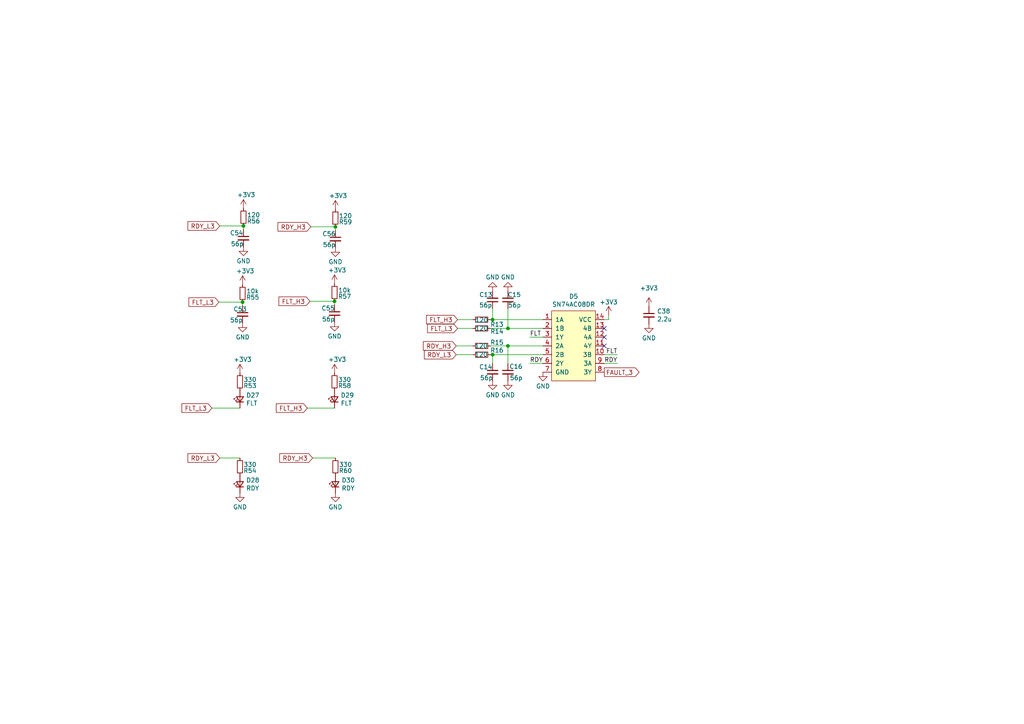
<source format=kicad_sch>
(kicad_sch (version 20230121) (generator eeschema)
  (paper "A4")
  (lib_symbols
    (symbol "Device:C_Small" (pin_numbers hide) (pin_names (offset 0.254) hide)
      (property "Reference" "C" (at 0.254 1.778 0))
      (property "Value" "C_Small" (at 0.254 -2.032 0))
      (symbol "C_Small_0_1"
        (polyline (pts (xy -1.524 -0.508) (xy 1.524 -0.508)) (stroke (width 0.3302)))
        (polyline (pts (xy -1.524 0.508) (xy 1.524 0.508)) (stroke (width 0.3048)))
      )
      (symbol "C_Small_1_1"
        (pin passive line (at 0 2.54 270) (length 2.032) (name "~") (number "1"))
        (pin passive line (at 0 -2.54 90) (length 2.032) (name "~") (number "2"))
      )
    )
    (symbol "Device:LED_Small" (pin_numbers hide) (pin_names (offset 0.254) hide)
      (property "Reference" "D" (at -1.27 3.175 0))
      (property "Value" "LED_Small" (at -4.445 -2.54 0))
      (symbol "LED_Small_0_1"
        (polyline (pts (xy -0.762 -1.016) (xy -0.762 1.016)) (stroke (width 0.254)))
        (polyline (pts (xy 1.016 0) (xy -0.762 0)))
        (polyline (pts (xy 0.762 -1.016) (xy -0.762 0) (xy 0.762 1.016) (xy 0.762 -1.016)) (stroke (width 0.254)))
        (polyline (pts (xy 0 0.762) (xy -0.508 1.27) (xy -0.254 1.27) (xy -0.508 1.27) (xy -0.508 1.016)))
        (polyline (pts (xy 0.508 1.27) (xy 0 1.778) (xy 0.254 1.778) (xy 0 1.778) (xy 0 1.524)))
      )
      (symbol "LED_Small_1_1"
        (pin passive line (at -2.54 0 0) (length 1.778) (name "K") (number "1"))
        (pin passive line (at 2.54 0 180) (length 1.778) (name "A") (number "2"))
      )
    )
    (symbol "Device:R_Small" (pin_numbers hide) (pin_names (offset 0.254) hide)
      (property "Reference" "R" (at 0.762 0.508 0))
      (property "Value" "R_Small" (at 0.762 -1.016 0))
      (symbol "R_Small_0_1"
        (rectangle (start -0.762 1.778) (end 0.762 -1.778) (stroke (width 0.2032)))
      )
      (symbol "R_Small_1_1"
        (pin passive line (at 0 2.54 270) (length 0.762) (name "~") (number "1"))
        (pin passive line (at 0 -2.54 90) (length 0.762) (name "~") (number "2"))
      )
    )
    (symbol "Logic:SN74AC08DR" (pin_names (offset 1.016))
      (property "Reference" "D" (at 0 0 0))
      (property "Value" "Logic_SN74AC08DR" (at 0 -2.54 0))
      (symbol "SN74AC08DR_0_1"
        (rectangle (start -6.35 -3.81) (end 6.35 -24.13) (fill (type background)))
      )
      (symbol "SN74AC08DR_1_1"
        (pin input line (at -8.89 -6.35 0) (length 2.54) (name "1A") (number "1"))
        (pin input line (at 8.89 -16.51 180) (length 2.54) (name "3B") (number "10"))
        (pin output line (at 8.89 -13.97 180) (length 2.54) (name "4Y") (number "11"))
        (pin input line (at 8.89 -11.43 180) (length 2.54) (name "4A") (number "12"))
        (pin input line (at 8.89 -8.89 180) (length 2.54) (name "4B") (number "13"))
        (pin input line (at 8.89 -6.35 180) (length 2.54) (name "VCC") (number "14"))
        (pin input line (at -8.89 -8.89 0) (length 2.54) (name "1B") (number "2"))
        (pin output line (at -8.89 -11.43 0) (length 2.54) (name "1Y") (number "3"))
        (pin input line (at -8.89 -13.97 0) (length 2.54) (name "2A") (number "4"))
        (pin input line (at -8.89 -16.51 0) (length 2.54) (name "2B") (number "5"))
        (pin output line (at -8.89 -19.05 0) (length 2.54) (name "2Y") (number "6"))
        (pin input line (at -8.89 -21.59 0) (length 2.54) (name "GND") (number "7"))
        (pin output line (at 8.89 -21.59 180) (length 2.54) (name "3Y") (number "8"))
        (pin input line (at 8.89 -19.05 180) (length 2.54) (name "3A") (number "9"))
      )
    )
    (symbol "power:+3.3V" (power) (pin_names (offset 0))
      (property "Value" "+3.3V" (at 0 3.556 0))
      (symbol "+3.3V_0_1"
        (polyline (pts (xy -0.762 1.27) (xy 0 2.54)))
        (polyline (pts (xy 0 0) (xy 0 2.54)))
        (polyline (pts (xy 0 2.54) (xy 0.762 1.27)))
      )
      (symbol "+3.3V_1_1"
        (pin power_in line (at 0 0 90) (length 0) hide (name "+3V3") (number "1"))
      )
    )
    (symbol "power:GND" (power) (pin_names (offset 0))
      (property "Value" "GND" (at 0 -3.81 0))
      (symbol "GND_0_1"
        (polyline (pts (xy 0 0) (xy 0 -1.27) (xy 1.27 -1.27) (xy 0 -2.54) (xy -1.27 -1.27) (xy 0 -1.27)))
      )
      (symbol "GND_1_1"
        (pin power_in line (at 0 0 270) (length 0) hide (name "GND") (number "1"))
      )
    )
  )
  (junction (at 142.875 92.71))
  (junction (at 97.282 65.786))
  (junction (at 70.358 87.63))
  (junction (at 70.612 65.532))
  (junction (at 147.32 95.25))
  (junction (at 97.028 87.376))
  (junction (at 142.875 102.87))
  (junction (at 147.32 100.33))
  (no_connect (at 175.26 97.79))
  (no_connect (at 175.26 95.25))
  (no_connect (at 175.26 100.33))
  (wire (pts (xy 147.32 89.535) (xy 147.32 95.25)))
  (wire (pts (xy 132.715 92.71) (xy 137.16 92.71)))
  (wire (pts (xy 175.26 105.41) (xy 179.07 105.41)))
  (wire (pts (xy 142.875 102.87) (xy 142.875 105.41)))
  (wire (pts (xy 90.678 132.842) (xy 97.282 132.842)))
  (wire (pts (xy 90.17 65.786) (xy 97.282 65.786)))
  (wire (pts (xy 63.754 65.532) (xy 70.612 65.532)))
  (wire (pts (xy 63.754 132.842) (xy 69.596 132.842)))
  (wire (pts (xy 132.715 95.25) (xy 137.16 95.25)))
  (wire (pts (xy 97.282 66.802) (xy 97.282 65.786)))
  (wire (pts (xy 89.154 118.364) (xy 97.028 118.364)))
  (wire (pts (xy 89.916 87.376) (xy 97.028 87.376)))
  (wire (pts (xy 70.612 66.548) (xy 70.612 65.532)))
  (wire (pts (xy 175.26 92.71) (xy 176.53 92.71)))
  (wire (pts (xy 142.875 89.535) (xy 142.875 92.71)))
  (wire (pts (xy 175.26 102.87) (xy 179.07 102.87)))
  (wire (pts (xy 153.67 105.41) (xy 157.48 105.41)))
  (wire (pts (xy 153.67 97.79) (xy 157.48 97.79)))
  (wire (pts (xy 132.334 100.33) (xy 137.16 100.33)))
  (wire (pts (xy 61.468 118.364) (xy 69.596 118.364)))
  (wire (pts (xy 142.24 102.87) (xy 142.875 102.87)))
  (wire (pts (xy 147.32 100.33) (xy 157.48 100.33)))
  (wire (pts (xy 97.028 88.392) (xy 97.028 87.376)))
  (wire (pts (xy 132.334 102.87) (xy 137.16 102.87)))
  (wire (pts (xy 70.358 88.646) (xy 70.358 87.63)))
  (wire (pts (xy 142.24 95.25) (xy 147.32 95.25)))
  (wire (pts (xy 176.53 92.71) (xy 176.53 91.44)))
  (wire (pts (xy 142.875 92.71) (xy 157.48 92.71)))
  (wire (pts (xy 147.32 100.33) (xy 147.32 105.41)))
  (wire (pts (xy 142.24 100.33) (xy 147.32 100.33)))
  (wire (pts (xy 147.32 95.25) (xy 157.48 95.25)))
  (wire (pts (xy 142.875 102.87) (xy 157.48 102.87)))
  (wire (pts (xy 142.24 92.71) (xy 142.875 92.71)))
  (wire (pts (xy 63.5 87.63) (xy 70.358 87.63)))
  (label "FLT" (at 153.67 97.79 0))
  (label "FLT" (at 179.07 102.87 180))
  (label "RDY" (at 179.07 105.41 180))
  (label "RDY" (at 153.67 105.41 0))
  (global_label "FLT_H3" (shape input) (at 132.715 92.71 180) (property "Intersheetrefs" "${INTERSHEET_REFS}" (effects hide)))
  (global_label "FLT_L3" (shape input) (at 132.715 95.25 180) (property "Intersheetrefs" "${INTERSHEET_REFS}" (effects hide)))
  (global_label "RDY_L3" (shape input) (at 132.334 102.87 180) (property "Intersheetrefs" "${INTERSHEET_REFS}" (effects hide)))
  (global_label "RDY_H3" (shape input) (at 90.17 65.786 180) (property "Intersheetrefs" "${INTERSHEET_REFS}" (effects hide)))
  (global_label "RDY_L3" (shape input) (at 63.754 132.842 180) (property "Intersheetrefs" "${INTERSHEET_REFS}" (effects hide)))
  (global_label "FLT_H3" (shape input) (at 89.154 118.364 180) (property "Intersheetrefs" "${INTERSHEET_REFS}" (effects hide)))
  (global_label "FLT_H3" (shape input) (at 89.916 87.376 180) (property "Intersheetrefs" "${INTERSHEET_REFS}" (effects hide)))
  (global_label "RDY_L3" (shape input) (at 63.754 65.532 180) (property "Intersheetrefs" "${INTERSHEET_REFS}" (effects hide)))
  (global_label "RDY_H3" (shape input) (at 132.334 100.33 180) (property "Intersheetrefs" "${INTERSHEET_REFS}" (effects hide)))
  (global_label "FLT_L3" (shape input) (at 63.5 87.63 180) (property "Intersheetrefs" "${INTERSHEET_REFS}" (effects hide)))
  (global_label "RDY_H3" (shape input) (at 90.678 132.842 180) (property "Intersheetrefs" "${INTERSHEET_REFS}" (effects hide)))
  (global_label "FAULT_3" (shape output) (at 175.26 107.95 0) (property "Intersheetrefs" "${INTERSHEET_REFS}" (effects hide)))
  (global_label "FLT_L3" (shape input) (at 61.468 118.364 180) (property "Intersheetrefs" "${INTERSHEET_REFS}" (effects hide)))
  (symbol (lib_id "power:+3.3V") (at 69.596 108.204 0) (unit 1)
    (property "Reference" "#PWR0232" (effects hide))
    (property "Value" "+3.3V" (at 73.025 104.267 0) (effects (justify right)))
  )
  (symbol (lib_id "power:+3.3V") (at 70.358 82.55 0) (unit 1)
    (property "Reference" "#PWR0229" (effects hide))
    (property "Value" "+3.3V" (at 73.787 78.613 0) (effects (justify right)))
  )
  (symbol (lib_id "Device:R_Small") (at 70.612 62.992 180) (unit 1)
    (property "Reference" "R56" (at 73.533 64.135 0))
    (property "Value" "120" (at 73.533 62.357 0))
    (property "Footprint" "Resistor_SMD:R_0805_2012Metric_Pad1.20x1.40mm_HandSolder" (effects hide))
  )
  (symbol (lib_id "Device:C_Small") (at 188.214 91.44 0) (unit 1)
    (property "Reference" "C38" (at 190.5508 90.2716 0) (effects (justify left)))
    (property "Value" "2.2u" (at 190.5508 92.583 0) (effects (justify left)))
    (property "Footprint" "Capacitor_SMD:C_0805_2012Metric_Pad1.18x1.45mm_HandSolder" (effects hide))
  )
  (symbol (lib_id "power:GND") (at 70.358 93.726 0) (unit 1)
    (property "Reference" "#PWR0130" (effects hide))
    (property "Value" "GND" (at 68.326 97.79 0) (effects (justify left)))
  )
  (symbol (lib_id "power:GND") (at 147.32 84.455 180) (unit 1)
    (property "Reference" "#PWR032" (effects hide))
    (property "Value" "GND" (at 149.352 80.391 0) (effects (justify left)))
  )
  (symbol (lib_id "Device:R_Small") (at 139.7 95.25 270) (unit 1)
    (property "Reference" "R14" (at 144.145 96.139 90))
    (property "Value" "120" (at 139.7 95.25 90))
    (property "Footprint" "Resistor_SMD:R_0805_2012Metric_Pad1.20x1.40mm_HandSolder" (effects hide))
  )
  (symbol (lib_id "Device:R_Small") (at 139.7 100.33 270) (unit 1)
    (property "Reference" "R15" (at 144.145 99.314 90))
    (property "Value" "120" (at 139.573 100.33 90))
    (property "Footprint" "Resistor_SMD:R_0805_2012Metric_Pad1.20x1.40mm_HandSolder" (effects hide))
  )
  (symbol (lib_id "Device:R_Small") (at 97.028 84.836 180) (unit 1)
    (property "Reference" "R57" (at 99.949 85.979 0))
    (property "Value" "10k" (at 99.949 84.201 0))
    (property "Footprint" "Resistor_SMD:R_0805_2012Metric_Pad1.20x1.40mm_HandSolder" (effects hide))
  )
  (symbol (lib_id "Device:R_Small") (at 139.7 92.71 270) (unit 1)
    (property "Reference" "R13" (at 144.145 94.107 90))
    (property "Value" "120" (at 139.7 92.837 90))
    (property "Footprint" "Resistor_SMD:R_0805_2012Metric_Pad1.20x1.40mm_HandSolder" (effects hide))
  )
  (symbol (lib_id "power:+3.3V") (at 188.214 88.9 0) (unit 1)
    (property "Reference" "#PWR0153" (effects hide))
    (property "Value" "+3.3V" (at 188.214 83.566 0))
  )
  (symbol (lib_id "Device:R_Small") (at 69.596 110.744 180) (unit 1)
    (property "Reference" "R53" (at 72.517 111.887 0))
    (property "Value" "330" (at 72.517 110.109 0))
    (property "Footprint" "Resistor_SMD:R_0805_2012Metric_Pad1.20x1.40mm_HandSolder" (effects hide))
  )
  (symbol (lib_id "Device:C_Small") (at 97.282 69.342 0) (unit 1)
    (property "Reference" "C56" (at 93.472 67.818 0) (effects (justify left)))
    (property "Value" "56p" (at 93.599 70.993 0) (effects (justify left)))
    (property "Footprint" "Capacitor_SMD:C_0805_2012Metric_Pad1.18x1.45mm_HandSolder" (effects hide))
  )
  (symbol (lib_id "Device:C_Small") (at 142.875 86.995 180) (unit 1)
    (property "Reference" "C13" (at 142.875 85.471 0) (effects (justify left)))
    (property "Value" "56p" (at 142.748 88.519 0) (effects (justify left)))
    (property "Footprint" "Capacitor_SMD:C_0805_2012Metric_Pad1.18x1.45mm_HandSolder" (effects hide))
  )
  (symbol (lib_id "power:GND") (at 97.028 93.472 0) (unit 1)
    (property "Reference" "#PWR0134" (effects hide))
    (property "Value" "GND" (at 94.996 97.536 0) (effects (justify left)))
  )
  (symbol (lib_id "Device:LED_Small") (at 69.596 140.462 90) (unit 1)
    (property "Reference" "D28" (at 71.374 139.2936 90) (effects (justify right)))
    (property "Value" "RDY" (at 71.374 141.605 90) (effects (justify right)))
    (property "Footprint" "LED_SMD:LED_0805_2012Metric_Pad1.15x1.40mm_HandSolder" (effects hide))
  )
  (symbol (lib_id "Device:R_Small") (at 69.596 135.382 180) (unit 1)
    (property "Reference" "R54" (at 72.517 136.525 0))
    (property "Value" "330" (at 72.517 134.747 0))
    (property "Footprint" "Resistor_SMD:R_0805_2012Metric_Pad1.20x1.40mm_HandSolder" (effects hide))
  )
  (symbol (lib_id "power:+3.3V") (at 97.282 60.706 0) (unit 1)
    (property "Reference" "#PWR0231" (effects hide))
    (property "Value" "+3.3V" (at 100.711 56.769 0) (effects (justify right)))
  )
  (symbol (lib_id "power:GND") (at 157.48 107.95 0) (unit 1)
    (property "Reference" "#PWR034" (effects hide))
    (property "Value" "GND" (at 155.448 112.014 0) (effects (justify left)))
  )
  (symbol (lib_id "power:GND") (at 69.596 143.002 0) (unit 1)
    (property "Reference" "#PWR0128" (effects hide))
    (property "Value" "GND" (at 67.564 147.066 0) (effects (justify left)))
  )
  (symbol (lib_id "power:+3.3V") (at 97.028 82.296 0) (unit 1)
    (property "Reference" "#PWR0233" (effects hide))
    (property "Value" "+3.3V" (at 100.457 78.359 0) (effects (justify right)))
  )
  (symbol (lib_id "Device:R_Small") (at 97.282 63.246 180) (unit 1)
    (property "Reference" "R59" (at 100.203 64.389 0))
    (property "Value" "120" (at 100.203 62.611 0))
    (property "Footprint" "Resistor_SMD:R_0805_2012Metric_Pad1.20x1.40mm_HandSolder" (effects hide))
  )
  (symbol (lib_id "power:GND") (at 97.282 143.002 0) (unit 1)
    (property "Reference" "#PWR0138" (effects hide))
    (property "Value" "GND" (at 95.25 147.066 0) (effects (justify left)))
  )
  (symbol (lib_id "Device:R_Small") (at 139.7 102.87 270) (unit 1)
    (property "Reference" "R16" (at 144.145 101.6 90))
    (property "Value" "120" (at 139.573 102.87 90))
    (property "Footprint" "Resistor_SMD:R_0805_2012Metric_Pad1.20x1.40mm_HandSolder" (effects hide))
  )
  (symbol (lib_id "Device:C_Small") (at 147.32 107.95 0) (unit 1)
    (property "Reference" "C16" (at 147.701 106.299 0) (effects (justify left)))
    (property "Value" "56p" (at 147.828 109.601 0) (effects (justify left)))
    (property "Footprint" "Capacitor_SMD:C_0805_2012Metric_Pad1.18x1.45mm_HandSolder" (effects hide))
  )
  (symbol (lib_id "Logic:SN74AC08DR") (at 166.37 86.36 0) (unit 1)
    (property "Reference" "D5" (at 166.37 85.979 0))
    (property "Value" "SN74AC08DR" (at 166.37 88.2904 0))
    (property "Footprint" "Package_SO:SOIC-14_3.9x8.7mm_P1.27mm" (effects hide))
  )
  (symbol (lib_id "power:GND") (at 188.214 93.98 0) (unit 1)
    (property "Reference" "#PWR0154" (effects hide))
    (property "Value" "GND" (at 186.182 98.044 0) (effects (justify left)))
  )
  (symbol (lib_id "power:GND") (at 97.282 71.882 0) (unit 1)
    (property "Reference" "#PWR0137" (effects hide))
    (property "Value" "GND" (at 95.25 75.946 0) (effects (justify left)))
  )
  (symbol (lib_id "Device:C_Small") (at 142.875 107.95 0) (unit 1)
    (property "Reference" "C14" (at 138.938 106.426 0) (effects (justify left)))
    (property "Value" "56p" (at 139.192 109.601 0) (effects (justify left)))
    (property "Footprint" "Capacitor_SMD:C_0805_2012Metric_Pad1.18x1.45mm_HandSolder" (effects hide))
  )
  (symbol (lib_id "Device:LED_Small") (at 97.282 140.462 90) (unit 1)
    (property "Reference" "D30" (at 99.06 139.2936 90) (effects (justify right)))
    (property "Value" "RDY" (at 99.06 141.605 90) (effects (justify right)))
    (property "Footprint" "LED_SMD:LED_0805_2012Metric_Pad1.15x1.40mm_HandSolder" (effects hide))
  )
  (symbol (lib_id "Device:C_Small") (at 70.612 69.088 0) (unit 1)
    (property "Reference" "C54" (at 66.675 67.564 0) (effects (justify left)))
    (property "Value" "56p" (at 66.929 70.739 0) (effects (justify left)))
    (property "Footprint" "Capacitor_SMD:C_0805_2012Metric_Pad1.18x1.45mm_HandSolder" (effects hide))
  )
  (symbol (lib_id "Device:R_Small") (at 97.028 110.744 180) (unit 1)
    (property "Reference" "R58" (at 99.949 111.887 0))
    (property "Value" "330" (at 99.949 110.109 0))
    (property "Footprint" "Resistor_SMD:R_0805_2012Metric_Pad1.20x1.40mm_HandSolder" (effects hide))
  )
  (symbol (lib_id "Device:C_Small") (at 147.32 86.995 180) (unit 1)
    (property "Reference" "C15" (at 151.13 85.471 0) (effects (justify left)))
    (property "Value" "56p" (at 151.13 88.519 0) (effects (justify left)))
    (property "Footprint" "Capacitor_SMD:C_0805_2012Metric_Pad1.18x1.45mm_HandSolder" (effects hide))
  )
  (symbol (lib_id "power:+3.3V") (at 176.53 91.44 0) (unit 1)
    (property "Reference" "#PWR035" (effects hide))
    (property "Value" "+3.3V" (at 176.53 87.63 0))
  )
  (symbol (lib_id "power:GND") (at 147.32 110.49 0) (unit 1)
    (property "Reference" "#PWR033" (effects hide))
    (property "Value" "GND" (at 145.288 114.554 0) (effects (justify left)))
  )
  (symbol (lib_id "power:GND") (at 142.875 84.455 180) (unit 1)
    (property "Reference" "#PWR030" (effects hide))
    (property "Value" "GND" (at 144.907 80.391 0) (effects (justify left)))
  )
  (symbol (lib_id "Device:LED_Small") (at 97.028 115.824 90) (unit 1)
    (property "Reference" "D29" (at 98.806 114.6556 90) (effects (justify right)))
    (property "Value" "FLT" (at 98.806 116.967 90) (effects (justify right)))
    (property "Footprint" "LED_SMD:LED_0805_2012Metric_Pad1.15x1.40mm_HandSolder" (effects hide))
  )
  (symbol (lib_id "power:+3.3V") (at 70.612 60.452 0) (unit 1)
    (property "Reference" "#PWR0230" (effects hide))
    (property "Value" "+3.3V" (at 74.041 56.515 0) (effects (justify right)))
  )
  (symbol (lib_id "power:GND") (at 142.875 110.49 0) (unit 1)
    (property "Reference" "#PWR031" (effects hide))
    (property "Value" "GND" (at 140.843 114.554 0) (effects (justify left)))
  )
  (symbol (lib_id "Device:C_Small") (at 70.358 91.186 0) (unit 1)
    (property "Reference" "C53" (at 67.691 89.662 0) (effects (justify left)))
    (property "Value" "56p" (at 66.675 92.837 0) (effects (justify left)))
    (property "Footprint" "Capacitor_SMD:C_0805_2012Metric_Pad1.18x1.45mm_HandSolder" (effects hide))
  )
  (symbol (lib_id "power:GND") (at 70.612 71.628 0) (unit 1)
    (property "Reference" "#PWR0132" (effects hide))
    (property "Value" "GND" (at 68.58 75.692 0) (effects (justify left)))
  )
  (symbol (lib_id "Device:LED_Small") (at 69.596 115.824 90) (unit 1)
    (property "Reference" "D27" (at 71.374 114.6556 90) (effects (justify right)))
    (property "Value" "FLT" (at 71.374 116.967 90) (effects (justify right)))
    (property "Footprint" "LED_SMD:LED_0805_2012Metric_Pad1.15x1.40mm_HandSolder" (effects hide))
  )
  (symbol (lib_id "Device:R_Small") (at 70.358 85.09 180) (unit 1)
    (property "Reference" "R55" (at 73.279 86.233 0))
    (property "Value" "10k" (at 73.279 84.455 0))
    (property "Footprint" "Resistor_SMD:R_0805_2012Metric_Pad1.20x1.40mm_HandSolder" (effects hide))
  )
  (symbol (lib_id "Device:R_Small") (at 97.282 135.382 180) (unit 1)
    (property "Reference" "R60" (at 100.203 136.525 0))
    (property "Value" "330" (at 100.203 134.747 0))
    (property "Footprint" "Resistor_SMD:R_0805_2012Metric_Pad1.20x1.40mm_HandSolder" (effects hide))
  )
  (symbol (lib_id "Device:C_Small") (at 97.028 90.932 0) (unit 1)
    (property "Reference" "C55" (at 93.218 89.408 0) (effects (justify left)))
    (property "Value" "56p" (at 93.345 92.583 0) (effects (justify left)))
    (property "Footprint" "Capacitor_SMD:C_0805_2012Metric_Pad1.18x1.45mm_HandSolder" (effects hide))
  )
  (symbol (lib_id "power:+3.3V") (at 97.028 108.204 0) (unit 1)
    (property "Reference" "#PWR0228" (effects hide))
    (property "Value" "+3.3V" (at 100.457 104.267 0) (effects (justify right)))
  )
)
</source>
